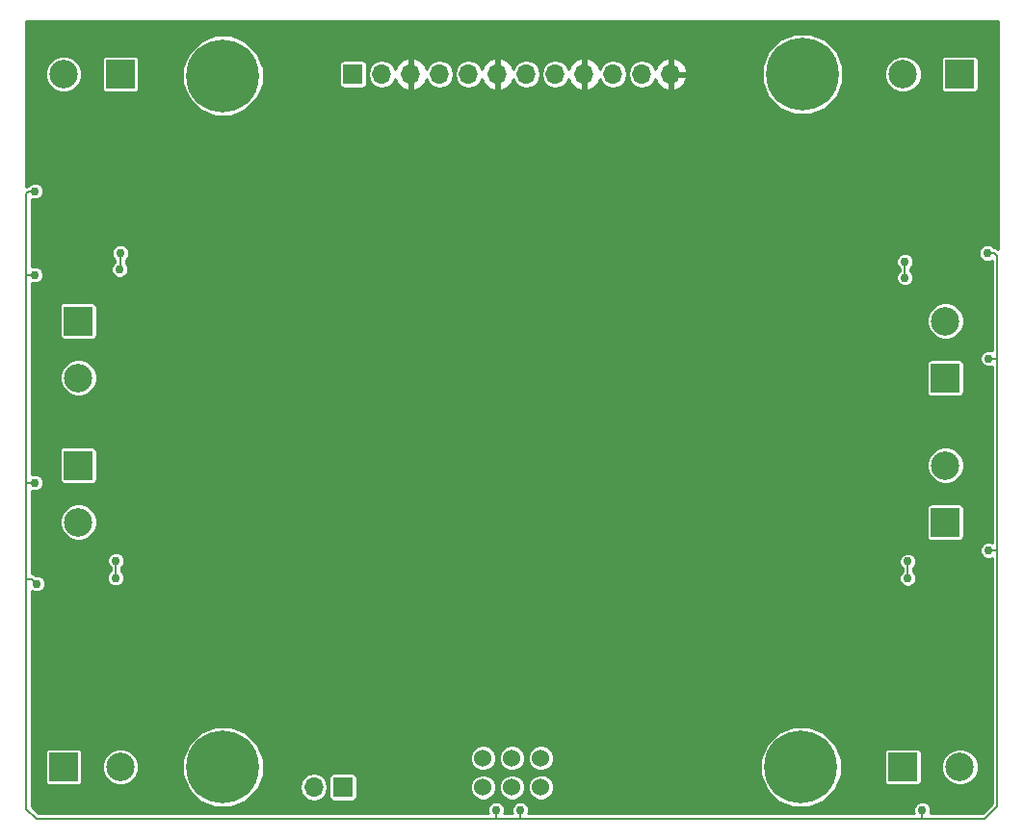
<source format=gbr>
G04 #@! TF.FileFunction,Copper,L2,Bot,Signal*
%FSLAX46Y46*%
G04 Gerber Fmt 4.6, Leading zero omitted, Abs format (unit mm)*
G04 Created by KiCad (PCBNEW 4.0.6) date Sun Apr  2 15:01:44 2017*
%MOMM*%
%LPD*%
G01*
G04 APERTURE LIST*
%ADD10C,0.088900*%
%ADD11R,1.700000X1.700000*%
%ADD12O,1.700000X1.700000*%
%ADD13C,6.400000*%
%ADD14C,2.500000*%
%ADD15R,2.500000X2.500000*%
%ADD16C,1.524000*%
%ADD17C,0.754380*%
%ADD18C,0.203200*%
%ADD19C,0.254000*%
G04 APERTURE END LIST*
D10*
D11*
X135001000Y-140208000D03*
D12*
X132461000Y-140208000D03*
D13*
X175387000Y-77470000D03*
X124460000Y-77597000D03*
X175260000Y-138430000D03*
X124460000Y-138430000D03*
D11*
X135890001Y-77470000D03*
D12*
X138430001Y-77470000D03*
X140970001Y-77470000D03*
X143510001Y-77470000D03*
X146050001Y-77470000D03*
X148590001Y-77470000D03*
X151130001Y-77470000D03*
X153670001Y-77470000D03*
X156210001Y-77470000D03*
X158750001Y-77470000D03*
X161290001Y-77470000D03*
X163830001Y-77470000D03*
D14*
X110443000Y-77470000D03*
D15*
X115443000Y-77470000D03*
D14*
X111760000Y-104187000D03*
D15*
X111760000Y-99187000D03*
D14*
X111759998Y-116887001D03*
D15*
X111759998Y-111887001D03*
D14*
X115443000Y-138430000D03*
D15*
X110443000Y-138430000D03*
D14*
X189230000Y-138430000D03*
D15*
X184230000Y-138430000D03*
D14*
X187959999Y-111887001D03*
D15*
X187959999Y-116887001D03*
D14*
X187960000Y-99186998D03*
D15*
X187960000Y-104186998D03*
D14*
X184230000Y-77470000D03*
D15*
X189230000Y-77470000D03*
D16*
X149860000Y-140208000D03*
X152400000Y-140208000D03*
X147320000Y-140208000D03*
X147300000Y-137658000D03*
X149840000Y-137658000D03*
X152380000Y-137658000D03*
D17*
X146875500Y-130175000D03*
X149987000Y-125222001D03*
X161290000Y-94488000D03*
X158496000Y-94488000D03*
X165989000Y-84582000D03*
X168402000Y-91313000D03*
X166116002Y-97155000D03*
X168529000Y-104267000D03*
X166116000Y-109982000D03*
X168656000Y-116586000D03*
X161417000Y-121412000D03*
X158242000Y-120904000D03*
X166243000Y-123063000D03*
X168529000Y-129540000D03*
X133857998Y-131191000D03*
X131318000Y-124460000D03*
X138049000Y-121158000D03*
X141224000Y-121539000D03*
X133731000Y-118364000D03*
X130937000Y-111760000D03*
X133731000Y-105663988D03*
X131064000Y-99187000D03*
X138049000Y-94615000D03*
X141097000Y-94869000D03*
X133604000Y-93091000D03*
X130937000Y-86360000D03*
X164210795Y-88254934D03*
X187325000Y-90805000D03*
X112395000Y-90424000D03*
X138557000Y-88900000D03*
X135590309Y-102501086D03*
X135382000Y-89281000D03*
X135382000Y-114554000D03*
X112395000Y-125349000D03*
X135559992Y-127762000D03*
X187325000Y-125095001D03*
X164211000Y-101219000D03*
X164160008Y-113411000D03*
X164084000Y-126746000D03*
X161036000Y-127127000D03*
X138684000Y-127254000D03*
X138557000Y-115189000D03*
X138557000Y-100711000D03*
X161162990Y-100584000D03*
X161163000Y-88496264D03*
X161163000Y-115031612D03*
X153289000Y-128016000D03*
X146304000Y-126365000D03*
X115384275Y-94636600D03*
X115443000Y-93218000D03*
X115020020Y-121793000D03*
X115062000Y-120269000D03*
X184658032Y-121814600D03*
X184658000Y-120352809D03*
X184404000Y-93980000D03*
X184404000Y-95377000D03*
X150600400Y-142240000D03*
X148463000Y-142240000D03*
X191643000Y-93218002D03*
X191770000Y-119380000D03*
X107950000Y-87757000D03*
X107950000Y-113411000D03*
X191770000Y-102489000D03*
X185928000Y-142240000D03*
X107950000Y-95123000D03*
X108077000Y-122301000D03*
D18*
X115443000Y-94577875D02*
X115384275Y-94636600D01*
X115443000Y-93218000D02*
X115443000Y-94577875D01*
X115062000Y-121751020D02*
X115020020Y-121793000D01*
X115062000Y-120269000D02*
X115062000Y-121751020D01*
X184658000Y-121814568D02*
X184658032Y-121814600D01*
X184658000Y-120352809D02*
X184658000Y-121814568D01*
X184404000Y-95377000D02*
X184404000Y-93980000D01*
X150600400Y-142773427D02*
X150600400Y-142240000D01*
X150622000Y-143002000D02*
X150600400Y-142980400D01*
X150600400Y-142980400D02*
X150600400Y-142773427D01*
X107188000Y-121920000D02*
X107188000Y-142113000D01*
X107188000Y-142113000D02*
X108077000Y-143002000D01*
X138557000Y-143002000D02*
X148463000Y-143002000D01*
X108077000Y-143002000D02*
X138557000Y-143002000D01*
X148463000Y-143002000D02*
X150622000Y-143002000D01*
X148463000Y-142240000D02*
X148463000Y-143002000D01*
X163195000Y-143002000D02*
X167767000Y-143002000D01*
X167767000Y-143002000D02*
X185928000Y-143002000D01*
X150622000Y-143002000D02*
X151959919Y-143002000D01*
X151959919Y-143002000D02*
X158623000Y-143002000D01*
X158623000Y-143002000D02*
X161544000Y-143002000D01*
X161544000Y-143002000D02*
X163195000Y-143002000D01*
X163195000Y-143002000D02*
X161671000Y-143002000D01*
X192278002Y-93218002D02*
X192176427Y-93218002D01*
X192532000Y-93472000D02*
X192278002Y-93218002D01*
X192176427Y-93218002D02*
X191643000Y-93218002D01*
X192532000Y-120523000D02*
X192532000Y-119380000D01*
X192532000Y-119380000D02*
X192532000Y-118618000D01*
X191770000Y-119380000D02*
X192532000Y-119380000D01*
X192532000Y-94742000D02*
X192532000Y-93472000D01*
X192532000Y-122428000D02*
X192532000Y-120523000D01*
X192532000Y-96266000D02*
X192532000Y-94742000D01*
X107950000Y-87757000D02*
X107416573Y-87757000D01*
X107416573Y-87757000D02*
X107188000Y-87985573D01*
X107188000Y-87985573D02*
X107188000Y-88900000D01*
X107188000Y-88900000D02*
X107188000Y-93218000D01*
X192532000Y-102489000D02*
X192532000Y-96266000D01*
X192532000Y-124333000D02*
X192532000Y-122428000D01*
X192532000Y-118618000D02*
X192532000Y-115189000D01*
X192532000Y-109347000D02*
X192532000Y-102489000D01*
X191770000Y-102489000D02*
X192532000Y-102489000D01*
X192532000Y-115189000D02*
X192532000Y-114300000D01*
X185928000Y-143002000D02*
X191389000Y-143002000D01*
X185928000Y-142240000D02*
X185928000Y-143002000D01*
X192532000Y-114300000D02*
X192532000Y-114173000D01*
X192532000Y-114173000D02*
X192532000Y-109347000D01*
X192532000Y-141859000D02*
X192532000Y-124333000D01*
X191389000Y-143002000D02*
X192532000Y-141859000D01*
X107188000Y-93218000D02*
X107188000Y-95123000D01*
X107188000Y-95123000D02*
X107188000Y-96012000D01*
X107950000Y-95123000D02*
X107188000Y-95123000D01*
X107696000Y-121920000D02*
X107699811Y-121923811D01*
X107699811Y-121923811D02*
X108077000Y-122301000D01*
X107188000Y-121920000D02*
X107696000Y-121920000D01*
X107188000Y-121920000D02*
X107188000Y-121285000D01*
X107188000Y-121285000D02*
X107188000Y-113411000D01*
X107188000Y-96012000D02*
X107188000Y-97663000D01*
X107188000Y-97663000D02*
X107188000Y-100838000D01*
X107188000Y-113411000D02*
X107188000Y-100838000D01*
X107950000Y-113411000D02*
X107188000Y-113411000D01*
D19*
G36*
X192584000Y-92853198D02*
X192462685Y-92772138D01*
X192278002Y-92735402D01*
X192232550Y-92735402D01*
X192073041Y-92575614D01*
X191794475Y-92459944D01*
X191492848Y-92459681D01*
X191214081Y-92574865D01*
X191000612Y-92787961D01*
X190884942Y-93066527D01*
X190884679Y-93368154D01*
X190999863Y-93646921D01*
X191212959Y-93860390D01*
X191491525Y-93976060D01*
X191793152Y-93976323D01*
X192049400Y-93870444D01*
X192049400Y-101784061D01*
X191921475Y-101730942D01*
X191619848Y-101730679D01*
X191341081Y-101845863D01*
X191127612Y-102058959D01*
X191011942Y-102337525D01*
X191011679Y-102639152D01*
X191126863Y-102917919D01*
X191339959Y-103131388D01*
X191618525Y-103247058D01*
X191920152Y-103247321D01*
X192049400Y-103193917D01*
X192049400Y-118675061D01*
X191921475Y-118621942D01*
X191619848Y-118621679D01*
X191341081Y-118736863D01*
X191127612Y-118949959D01*
X191011942Y-119228525D01*
X191011679Y-119530152D01*
X191126863Y-119808919D01*
X191339959Y-120022388D01*
X191618525Y-120138058D01*
X191920152Y-120138321D01*
X192049400Y-120084917D01*
X192049400Y-141659100D01*
X191189100Y-142519400D01*
X186632939Y-142519400D01*
X186686058Y-142391475D01*
X186686321Y-142089848D01*
X186571137Y-141811081D01*
X186358041Y-141597612D01*
X186079475Y-141481942D01*
X185777848Y-141481679D01*
X185499081Y-141596863D01*
X185285612Y-141809959D01*
X185169942Y-142088525D01*
X185169679Y-142390152D01*
X185223083Y-142519400D01*
X151305339Y-142519400D01*
X151358458Y-142391475D01*
X151358721Y-142089848D01*
X151243537Y-141811081D01*
X151030441Y-141597612D01*
X150751875Y-141481942D01*
X150450248Y-141481679D01*
X150171481Y-141596863D01*
X149958012Y-141809959D01*
X149842342Y-142088525D01*
X149842079Y-142390152D01*
X149895483Y-142519400D01*
X149167939Y-142519400D01*
X149221058Y-142391475D01*
X149221321Y-142089848D01*
X149106137Y-141811081D01*
X148893041Y-141597612D01*
X148614475Y-141481942D01*
X148312848Y-141481679D01*
X148034081Y-141596863D01*
X147820612Y-141809959D01*
X147704942Y-142088525D01*
X147704679Y-142390152D01*
X147758083Y-142519400D01*
X108276900Y-142519400D01*
X107670600Y-141913100D01*
X107670600Y-137180000D01*
X108804536Y-137180000D01*
X108804536Y-139680000D01*
X108831103Y-139821190D01*
X108914546Y-139950865D01*
X109041866Y-140037859D01*
X109193000Y-140068464D01*
X111693000Y-140068464D01*
X111834190Y-140041897D01*
X111963865Y-139958454D01*
X112050859Y-139831134D01*
X112081464Y-139680000D01*
X112081464Y-138753003D01*
X113811718Y-138753003D01*
X114059499Y-139352680D01*
X114517907Y-139811888D01*
X115117151Y-140060716D01*
X115766003Y-140061282D01*
X116365680Y-139813501D01*
X116824888Y-139355093D01*
X116914542Y-139139180D01*
X120878380Y-139139180D01*
X121422406Y-140455824D01*
X122428878Y-141464054D01*
X123744570Y-142010377D01*
X125169180Y-142011620D01*
X126485824Y-141467594D01*
X127494054Y-140461122D01*
X127609173Y-140183883D01*
X131230000Y-140183883D01*
X131230000Y-140232117D01*
X131323704Y-140703200D01*
X131590552Y-141102565D01*
X131989917Y-141369413D01*
X132461000Y-141463117D01*
X132932083Y-141369413D01*
X133331448Y-141102565D01*
X133598296Y-140703200D01*
X133692000Y-140232117D01*
X133692000Y-140183883D01*
X133598296Y-139712800D01*
X133361226Y-139358000D01*
X133762536Y-139358000D01*
X133762536Y-141058000D01*
X133789103Y-141199190D01*
X133872546Y-141328865D01*
X133999866Y-141415859D01*
X134151000Y-141446464D01*
X135851000Y-141446464D01*
X135992190Y-141419897D01*
X136121865Y-141336454D01*
X136208859Y-141209134D01*
X136239464Y-141058000D01*
X136239464Y-140434359D01*
X146176802Y-140434359D01*
X146350446Y-140854612D01*
X146671697Y-141176423D01*
X147091646Y-141350801D01*
X147546359Y-141351198D01*
X147966612Y-141177554D01*
X148288423Y-140856303D01*
X148462801Y-140436354D01*
X148462802Y-140434359D01*
X148716802Y-140434359D01*
X148890446Y-140854612D01*
X149211697Y-141176423D01*
X149631646Y-141350801D01*
X150086359Y-141351198D01*
X150506612Y-141177554D01*
X150828423Y-140856303D01*
X151002801Y-140436354D01*
X151002802Y-140434359D01*
X151256802Y-140434359D01*
X151430446Y-140854612D01*
X151751697Y-141176423D01*
X152171646Y-141350801D01*
X152626359Y-141351198D01*
X153046612Y-141177554D01*
X153368423Y-140856303D01*
X153542801Y-140436354D01*
X153543198Y-139981641D01*
X153369554Y-139561388D01*
X153048303Y-139239577D01*
X152806521Y-139139180D01*
X171678380Y-139139180D01*
X172222406Y-140455824D01*
X173228878Y-141464054D01*
X174544570Y-142010377D01*
X175969180Y-142011620D01*
X177285824Y-141467594D01*
X178294054Y-140461122D01*
X178840377Y-139145430D01*
X178841620Y-137720820D01*
X178618158Y-137180000D01*
X182591536Y-137180000D01*
X182591536Y-139680000D01*
X182618103Y-139821190D01*
X182701546Y-139950865D01*
X182828866Y-140037859D01*
X182980000Y-140068464D01*
X185480000Y-140068464D01*
X185621190Y-140041897D01*
X185750865Y-139958454D01*
X185837859Y-139831134D01*
X185868464Y-139680000D01*
X185868464Y-138753003D01*
X187598718Y-138753003D01*
X187846499Y-139352680D01*
X188304907Y-139811888D01*
X188904151Y-140060716D01*
X189553003Y-140061282D01*
X190152680Y-139813501D01*
X190611888Y-139355093D01*
X190860716Y-138755849D01*
X190861282Y-138106997D01*
X190613501Y-137507320D01*
X190155093Y-137048112D01*
X189555849Y-136799284D01*
X188906997Y-136798718D01*
X188307320Y-137046499D01*
X187848112Y-137504907D01*
X187599284Y-138104151D01*
X187598718Y-138753003D01*
X185868464Y-138753003D01*
X185868464Y-137180000D01*
X185841897Y-137038810D01*
X185758454Y-136909135D01*
X185631134Y-136822141D01*
X185480000Y-136791536D01*
X182980000Y-136791536D01*
X182838810Y-136818103D01*
X182709135Y-136901546D01*
X182622141Y-137028866D01*
X182591536Y-137180000D01*
X178618158Y-137180000D01*
X178297594Y-136404176D01*
X177291122Y-135395946D01*
X175975430Y-134849623D01*
X174550820Y-134848380D01*
X173234176Y-135392406D01*
X172225946Y-136398878D01*
X171679623Y-137714570D01*
X171678380Y-139139180D01*
X152806521Y-139139180D01*
X152628354Y-139065199D01*
X152173641Y-139064802D01*
X151753388Y-139238446D01*
X151431577Y-139559697D01*
X151257199Y-139979646D01*
X151256802Y-140434359D01*
X151002802Y-140434359D01*
X151003198Y-139981641D01*
X150829554Y-139561388D01*
X150508303Y-139239577D01*
X150088354Y-139065199D01*
X149633641Y-139064802D01*
X149213388Y-139238446D01*
X148891577Y-139559697D01*
X148717199Y-139979646D01*
X148716802Y-140434359D01*
X148462802Y-140434359D01*
X148463198Y-139981641D01*
X148289554Y-139561388D01*
X147968303Y-139239577D01*
X147548354Y-139065199D01*
X147093641Y-139064802D01*
X146673388Y-139238446D01*
X146351577Y-139559697D01*
X146177199Y-139979646D01*
X146176802Y-140434359D01*
X136239464Y-140434359D01*
X136239464Y-139358000D01*
X136212897Y-139216810D01*
X136129454Y-139087135D01*
X136002134Y-139000141D01*
X135851000Y-138969536D01*
X134151000Y-138969536D01*
X134009810Y-138996103D01*
X133880135Y-139079546D01*
X133793141Y-139206866D01*
X133762536Y-139358000D01*
X133361226Y-139358000D01*
X133331448Y-139313435D01*
X132932083Y-139046587D01*
X132461000Y-138952883D01*
X131989917Y-139046587D01*
X131590552Y-139313435D01*
X131323704Y-139712800D01*
X131230000Y-140183883D01*
X127609173Y-140183883D01*
X128040377Y-139145430D01*
X128041477Y-137884359D01*
X146156802Y-137884359D01*
X146330446Y-138304612D01*
X146651697Y-138626423D01*
X147071646Y-138800801D01*
X147526359Y-138801198D01*
X147946612Y-138627554D01*
X148268423Y-138306303D01*
X148442801Y-137886354D01*
X148442802Y-137884359D01*
X148696802Y-137884359D01*
X148870446Y-138304612D01*
X149191697Y-138626423D01*
X149611646Y-138800801D01*
X150066359Y-138801198D01*
X150486612Y-138627554D01*
X150808423Y-138306303D01*
X150982801Y-137886354D01*
X150982802Y-137884359D01*
X151236802Y-137884359D01*
X151410446Y-138304612D01*
X151731697Y-138626423D01*
X152151646Y-138800801D01*
X152606359Y-138801198D01*
X153026612Y-138627554D01*
X153348423Y-138306303D01*
X153522801Y-137886354D01*
X153523198Y-137431641D01*
X153349554Y-137011388D01*
X153028303Y-136689577D01*
X152608354Y-136515199D01*
X152153641Y-136514802D01*
X151733388Y-136688446D01*
X151411577Y-137009697D01*
X151237199Y-137429646D01*
X151236802Y-137884359D01*
X150982802Y-137884359D01*
X150983198Y-137431641D01*
X150809554Y-137011388D01*
X150488303Y-136689577D01*
X150068354Y-136515199D01*
X149613641Y-136514802D01*
X149193388Y-136688446D01*
X148871577Y-137009697D01*
X148697199Y-137429646D01*
X148696802Y-137884359D01*
X148442802Y-137884359D01*
X148443198Y-137431641D01*
X148269554Y-137011388D01*
X147948303Y-136689577D01*
X147528354Y-136515199D01*
X147073641Y-136514802D01*
X146653388Y-136688446D01*
X146331577Y-137009697D01*
X146157199Y-137429646D01*
X146156802Y-137884359D01*
X128041477Y-137884359D01*
X128041620Y-137720820D01*
X127497594Y-136404176D01*
X126491122Y-135395946D01*
X125175430Y-134849623D01*
X123750820Y-134848380D01*
X122434176Y-135392406D01*
X121425946Y-136398878D01*
X120879623Y-137714570D01*
X120878380Y-139139180D01*
X116914542Y-139139180D01*
X117073716Y-138755849D01*
X117074282Y-138106997D01*
X116826501Y-137507320D01*
X116368093Y-137048112D01*
X115768849Y-136799284D01*
X115119997Y-136798718D01*
X114520320Y-137046499D01*
X114061112Y-137504907D01*
X113812284Y-138104151D01*
X113811718Y-138753003D01*
X112081464Y-138753003D01*
X112081464Y-137180000D01*
X112054897Y-137038810D01*
X111971454Y-136909135D01*
X111844134Y-136822141D01*
X111693000Y-136791536D01*
X109193000Y-136791536D01*
X109051810Y-136818103D01*
X108922135Y-136901546D01*
X108835141Y-137028866D01*
X108804536Y-137180000D01*
X107670600Y-137180000D01*
X107670600Y-122953205D01*
X107925525Y-123059058D01*
X108227152Y-123059321D01*
X108505919Y-122944137D01*
X108719388Y-122731041D01*
X108835058Y-122452475D01*
X108835321Y-122150848D01*
X108749503Y-121943152D01*
X114261699Y-121943152D01*
X114376883Y-122221919D01*
X114589979Y-122435388D01*
X114868545Y-122551058D01*
X115170172Y-122551321D01*
X115448939Y-122436137D01*
X115662408Y-122223041D01*
X115778078Y-121944475D01*
X115778341Y-121642848D01*
X115663157Y-121364081D01*
X115544600Y-121245316D01*
X115544600Y-120858550D01*
X115704388Y-120699041D01*
X115785807Y-120502961D01*
X183899679Y-120502961D01*
X184014863Y-120781728D01*
X184175400Y-120942546D01*
X184175400Y-121225082D01*
X184015644Y-121384559D01*
X183899974Y-121663125D01*
X183899711Y-121964752D01*
X184014895Y-122243519D01*
X184227991Y-122456988D01*
X184506557Y-122572658D01*
X184808184Y-122572921D01*
X185086951Y-122457737D01*
X185300420Y-122244641D01*
X185416090Y-121966075D01*
X185416353Y-121664448D01*
X185301169Y-121385681D01*
X185140600Y-121224831D01*
X185140600Y-120942359D01*
X185300388Y-120782850D01*
X185416058Y-120504284D01*
X185416321Y-120202657D01*
X185301137Y-119923890D01*
X185088041Y-119710421D01*
X184809475Y-119594751D01*
X184507848Y-119594488D01*
X184229081Y-119709672D01*
X184015612Y-119922768D01*
X183899942Y-120201334D01*
X183899679Y-120502961D01*
X115785807Y-120502961D01*
X115820058Y-120420475D01*
X115820321Y-120118848D01*
X115705137Y-119840081D01*
X115492041Y-119626612D01*
X115213475Y-119510942D01*
X114911848Y-119510679D01*
X114633081Y-119625863D01*
X114419612Y-119838959D01*
X114303942Y-120117525D01*
X114303679Y-120419152D01*
X114418863Y-120697919D01*
X114579400Y-120858737D01*
X114579400Y-121161544D01*
X114377632Y-121362959D01*
X114261962Y-121641525D01*
X114261699Y-121943152D01*
X108749503Y-121943152D01*
X108720137Y-121872081D01*
X108507041Y-121658612D01*
X108228475Y-121542942D01*
X107983339Y-121542728D01*
X107880683Y-121474136D01*
X107696000Y-121437400D01*
X107670600Y-121437400D01*
X107670600Y-117210004D01*
X110128716Y-117210004D01*
X110376497Y-117809681D01*
X110834905Y-118268889D01*
X111434149Y-118517717D01*
X112083001Y-118518283D01*
X112682678Y-118270502D01*
X113141886Y-117812094D01*
X113390714Y-117212850D01*
X113391280Y-116563998D01*
X113143499Y-115964321D01*
X112816750Y-115637001D01*
X186321535Y-115637001D01*
X186321535Y-118137001D01*
X186348102Y-118278191D01*
X186431545Y-118407866D01*
X186558865Y-118494860D01*
X186709999Y-118525465D01*
X189209999Y-118525465D01*
X189351189Y-118498898D01*
X189480864Y-118415455D01*
X189567858Y-118288135D01*
X189598463Y-118137001D01*
X189598463Y-115637001D01*
X189571896Y-115495811D01*
X189488453Y-115366136D01*
X189361133Y-115279142D01*
X189209999Y-115248537D01*
X186709999Y-115248537D01*
X186568809Y-115275104D01*
X186439134Y-115358547D01*
X186352140Y-115485867D01*
X186321535Y-115637001D01*
X112816750Y-115637001D01*
X112685091Y-115505113D01*
X112085847Y-115256285D01*
X111436995Y-115255719D01*
X110837318Y-115503500D01*
X110378110Y-115961908D01*
X110129282Y-116561152D01*
X110128716Y-117210004D01*
X107670600Y-117210004D01*
X107670600Y-114115939D01*
X107798525Y-114169058D01*
X108100152Y-114169321D01*
X108378919Y-114054137D01*
X108592388Y-113841041D01*
X108708058Y-113562475D01*
X108708321Y-113260848D01*
X108593137Y-112982081D01*
X108380041Y-112768612D01*
X108101475Y-112652942D01*
X107799848Y-112652679D01*
X107670600Y-112706083D01*
X107670600Y-110637001D01*
X110121534Y-110637001D01*
X110121534Y-113137001D01*
X110148101Y-113278191D01*
X110231544Y-113407866D01*
X110358864Y-113494860D01*
X110509998Y-113525465D01*
X113009998Y-113525465D01*
X113151188Y-113498898D01*
X113280863Y-113415455D01*
X113367857Y-113288135D01*
X113398462Y-113137001D01*
X113398462Y-112210004D01*
X186328717Y-112210004D01*
X186576498Y-112809681D01*
X187034906Y-113268889D01*
X187634150Y-113517717D01*
X188283002Y-113518283D01*
X188882679Y-113270502D01*
X189341887Y-112812094D01*
X189590715Y-112212850D01*
X189591281Y-111563998D01*
X189343500Y-110964321D01*
X188885092Y-110505113D01*
X188285848Y-110256285D01*
X187636996Y-110255719D01*
X187037319Y-110503500D01*
X186578111Y-110961908D01*
X186329283Y-111561152D01*
X186328717Y-112210004D01*
X113398462Y-112210004D01*
X113398462Y-110637001D01*
X113371895Y-110495811D01*
X113288452Y-110366136D01*
X113161132Y-110279142D01*
X113009998Y-110248537D01*
X110509998Y-110248537D01*
X110368808Y-110275104D01*
X110239133Y-110358547D01*
X110152139Y-110485867D01*
X110121534Y-110637001D01*
X107670600Y-110637001D01*
X107670600Y-104510003D01*
X110128718Y-104510003D01*
X110376499Y-105109680D01*
X110834907Y-105568888D01*
X111434151Y-105817716D01*
X112083003Y-105818282D01*
X112682680Y-105570501D01*
X113141888Y-105112093D01*
X113390716Y-104512849D01*
X113391282Y-103863997D01*
X113143501Y-103264320D01*
X112816750Y-102936998D01*
X186321536Y-102936998D01*
X186321536Y-105436998D01*
X186348103Y-105578188D01*
X186431546Y-105707863D01*
X186558866Y-105794857D01*
X186710000Y-105825462D01*
X189210000Y-105825462D01*
X189351190Y-105798895D01*
X189480865Y-105715452D01*
X189567859Y-105588132D01*
X189598464Y-105436998D01*
X189598464Y-102936998D01*
X189571897Y-102795808D01*
X189488454Y-102666133D01*
X189361134Y-102579139D01*
X189210000Y-102548534D01*
X186710000Y-102548534D01*
X186568810Y-102575101D01*
X186439135Y-102658544D01*
X186352141Y-102785864D01*
X186321536Y-102936998D01*
X112816750Y-102936998D01*
X112685093Y-102805112D01*
X112085849Y-102556284D01*
X111436997Y-102555718D01*
X110837320Y-102803499D01*
X110378112Y-103261907D01*
X110129284Y-103861151D01*
X110128718Y-104510003D01*
X107670600Y-104510003D01*
X107670600Y-97937000D01*
X110121536Y-97937000D01*
X110121536Y-100437000D01*
X110148103Y-100578190D01*
X110231546Y-100707865D01*
X110358866Y-100794859D01*
X110510000Y-100825464D01*
X113010000Y-100825464D01*
X113151190Y-100798897D01*
X113280865Y-100715454D01*
X113367859Y-100588134D01*
X113398464Y-100437000D01*
X113398464Y-99510001D01*
X186328718Y-99510001D01*
X186576499Y-100109678D01*
X187034907Y-100568886D01*
X187634151Y-100817714D01*
X188283003Y-100818280D01*
X188882680Y-100570499D01*
X189341888Y-100112091D01*
X189590716Y-99512847D01*
X189591282Y-98863995D01*
X189343501Y-98264318D01*
X188885093Y-97805110D01*
X188285849Y-97556282D01*
X187636997Y-97555716D01*
X187037320Y-97803497D01*
X186578112Y-98261905D01*
X186329284Y-98861149D01*
X186328718Y-99510001D01*
X113398464Y-99510001D01*
X113398464Y-97937000D01*
X113371897Y-97795810D01*
X113288454Y-97666135D01*
X113161134Y-97579141D01*
X113010000Y-97548536D01*
X110510000Y-97548536D01*
X110368810Y-97575103D01*
X110239135Y-97658546D01*
X110152141Y-97785866D01*
X110121536Y-97937000D01*
X107670600Y-97937000D01*
X107670600Y-95827939D01*
X107798525Y-95881058D01*
X108100152Y-95881321D01*
X108378919Y-95766137D01*
X108592388Y-95553041D01*
X108708058Y-95274475D01*
X108708321Y-94972848D01*
X108631428Y-94786752D01*
X114625954Y-94786752D01*
X114741138Y-95065519D01*
X114954234Y-95278988D01*
X115232800Y-95394658D01*
X115534427Y-95394921D01*
X115813194Y-95279737D01*
X116026663Y-95066641D01*
X116142333Y-94788075D01*
X116142596Y-94486448D01*
X116027412Y-94207681D01*
X115950019Y-94130152D01*
X183645679Y-94130152D01*
X183760863Y-94408919D01*
X183921400Y-94569737D01*
X183921400Y-94787450D01*
X183761612Y-94946959D01*
X183645942Y-95225525D01*
X183645679Y-95527152D01*
X183760863Y-95805919D01*
X183973959Y-96019388D01*
X184252525Y-96135058D01*
X184554152Y-96135321D01*
X184832919Y-96020137D01*
X185046388Y-95807041D01*
X185162058Y-95528475D01*
X185162321Y-95226848D01*
X185047137Y-94948081D01*
X184886600Y-94787263D01*
X184886600Y-94569550D01*
X185046388Y-94410041D01*
X185162058Y-94131475D01*
X185162321Y-93829848D01*
X185047137Y-93551081D01*
X184834041Y-93337612D01*
X184555475Y-93221942D01*
X184253848Y-93221679D01*
X183975081Y-93336863D01*
X183761612Y-93549959D01*
X183645942Y-93828525D01*
X183645679Y-94130152D01*
X115950019Y-94130152D01*
X115925600Y-94105691D01*
X115925600Y-93807550D01*
X116085388Y-93648041D01*
X116201058Y-93369475D01*
X116201321Y-93067848D01*
X116086137Y-92789081D01*
X115873041Y-92575612D01*
X115594475Y-92459942D01*
X115292848Y-92459679D01*
X115014081Y-92574863D01*
X114800612Y-92787959D01*
X114684942Y-93066525D01*
X114684679Y-93368152D01*
X114799863Y-93646919D01*
X114960400Y-93807737D01*
X114960400Y-93991379D01*
X114955356Y-93993463D01*
X114741887Y-94206559D01*
X114626217Y-94485125D01*
X114625954Y-94786752D01*
X108631428Y-94786752D01*
X108593137Y-94694081D01*
X108380041Y-94480612D01*
X108101475Y-94364942D01*
X107799848Y-94364679D01*
X107670600Y-94418083D01*
X107670600Y-88461939D01*
X107798525Y-88515058D01*
X108100152Y-88515321D01*
X108378919Y-88400137D01*
X108592388Y-88187041D01*
X108708058Y-87908475D01*
X108708321Y-87606848D01*
X108593137Y-87328081D01*
X108380041Y-87114612D01*
X108101475Y-86998942D01*
X107799848Y-86998679D01*
X107521081Y-87113863D01*
X107346250Y-87288388D01*
X107231890Y-87311136D01*
X107136000Y-87375207D01*
X107136000Y-77793003D01*
X108811718Y-77793003D01*
X109059499Y-78392680D01*
X109517907Y-78851888D01*
X110117151Y-79100716D01*
X110766003Y-79101282D01*
X111365680Y-78853501D01*
X111824888Y-78395093D01*
X112073716Y-77795849D01*
X112074282Y-77146997D01*
X111826501Y-76547320D01*
X111499752Y-76220000D01*
X113804536Y-76220000D01*
X113804536Y-78720000D01*
X113831103Y-78861190D01*
X113914546Y-78990865D01*
X114041866Y-79077859D01*
X114193000Y-79108464D01*
X116693000Y-79108464D01*
X116834190Y-79081897D01*
X116963865Y-78998454D01*
X117050859Y-78871134D01*
X117081464Y-78720000D01*
X117081464Y-78306180D01*
X120878380Y-78306180D01*
X121422406Y-79622824D01*
X122428878Y-80631054D01*
X123744570Y-81177377D01*
X125169180Y-81178620D01*
X126485824Y-80634594D01*
X127494054Y-79628122D01*
X128040377Y-78312430D01*
X128041620Y-76887820D01*
X127930960Y-76620000D01*
X134651537Y-76620000D01*
X134651537Y-78320000D01*
X134678104Y-78461190D01*
X134761547Y-78590865D01*
X134888867Y-78677859D01*
X135040001Y-78708464D01*
X136740001Y-78708464D01*
X136881191Y-78681897D01*
X137010866Y-78598454D01*
X137097860Y-78471134D01*
X137128465Y-78320000D01*
X137128465Y-77445883D01*
X137199001Y-77445883D01*
X137199001Y-77494117D01*
X137292705Y-77965200D01*
X137559553Y-78364565D01*
X137958918Y-78631413D01*
X138430001Y-78725117D01*
X138901084Y-78631413D01*
X139300449Y-78364565D01*
X139567297Y-77965200D01*
X139575084Y-77926053D01*
X139774818Y-78351358D01*
X140203077Y-78741645D01*
X140613111Y-78911476D01*
X140843001Y-78790155D01*
X140843001Y-77597000D01*
X140823001Y-77597000D01*
X140823001Y-77343000D01*
X140843001Y-77343000D01*
X140843001Y-76149845D01*
X141097001Y-76149845D01*
X141097001Y-77343000D01*
X141117001Y-77343000D01*
X141117001Y-77597000D01*
X141097001Y-77597000D01*
X141097001Y-78790155D01*
X141326891Y-78911476D01*
X141736925Y-78741645D01*
X142165184Y-78351358D01*
X142364918Y-77926053D01*
X142372705Y-77965200D01*
X142639553Y-78364565D01*
X143038918Y-78631413D01*
X143510001Y-78725117D01*
X143981084Y-78631413D01*
X144380449Y-78364565D01*
X144647297Y-77965200D01*
X144741001Y-77494117D01*
X144741001Y-77445883D01*
X144819001Y-77445883D01*
X144819001Y-77494117D01*
X144912705Y-77965200D01*
X145179553Y-78364565D01*
X145578918Y-78631413D01*
X146050001Y-78725117D01*
X146521084Y-78631413D01*
X146920449Y-78364565D01*
X147187297Y-77965200D01*
X147195084Y-77926053D01*
X147394818Y-78351358D01*
X147823077Y-78741645D01*
X148233111Y-78911476D01*
X148463001Y-78790155D01*
X148463001Y-77597000D01*
X148443001Y-77597000D01*
X148443001Y-77343000D01*
X148463001Y-77343000D01*
X148463001Y-76149845D01*
X148717001Y-76149845D01*
X148717001Y-77343000D01*
X148737001Y-77343000D01*
X148737001Y-77597000D01*
X148717001Y-77597000D01*
X148717001Y-78790155D01*
X148946891Y-78911476D01*
X149356925Y-78741645D01*
X149785184Y-78351358D01*
X149984918Y-77926053D01*
X149992705Y-77965200D01*
X150259553Y-78364565D01*
X150658918Y-78631413D01*
X151130001Y-78725117D01*
X151601084Y-78631413D01*
X152000449Y-78364565D01*
X152267297Y-77965200D01*
X152361001Y-77494117D01*
X152361001Y-77445883D01*
X152439001Y-77445883D01*
X152439001Y-77494117D01*
X152532705Y-77965200D01*
X152799553Y-78364565D01*
X153198918Y-78631413D01*
X153670001Y-78725117D01*
X154141084Y-78631413D01*
X154540449Y-78364565D01*
X154807297Y-77965200D01*
X154815084Y-77926053D01*
X155014818Y-78351358D01*
X155443077Y-78741645D01*
X155853111Y-78911476D01*
X156083001Y-78790155D01*
X156083001Y-77597000D01*
X156063001Y-77597000D01*
X156063001Y-77343000D01*
X156083001Y-77343000D01*
X156083001Y-76149845D01*
X156337001Y-76149845D01*
X156337001Y-77343000D01*
X156357001Y-77343000D01*
X156357001Y-77597000D01*
X156337001Y-77597000D01*
X156337001Y-78790155D01*
X156566891Y-78911476D01*
X156976925Y-78741645D01*
X157405184Y-78351358D01*
X157604918Y-77926053D01*
X157612705Y-77965200D01*
X157879553Y-78364565D01*
X158278918Y-78631413D01*
X158750001Y-78725117D01*
X159221084Y-78631413D01*
X159620449Y-78364565D01*
X159887297Y-77965200D01*
X159981001Y-77494117D01*
X159981001Y-77445883D01*
X160059001Y-77445883D01*
X160059001Y-77494117D01*
X160152705Y-77965200D01*
X160419553Y-78364565D01*
X160818918Y-78631413D01*
X161290001Y-78725117D01*
X161761084Y-78631413D01*
X162160449Y-78364565D01*
X162427297Y-77965200D01*
X162435084Y-77926053D01*
X162634818Y-78351358D01*
X163063077Y-78741645D01*
X163473111Y-78911476D01*
X163703001Y-78790155D01*
X163703001Y-77597000D01*
X163957001Y-77597000D01*
X163957001Y-78790155D01*
X164186891Y-78911476D01*
X164596925Y-78741645D01*
X165025184Y-78351358D01*
X165106043Y-78179180D01*
X171805380Y-78179180D01*
X172349406Y-79495824D01*
X173355878Y-80504054D01*
X174671570Y-81050377D01*
X176096180Y-81051620D01*
X177412824Y-80507594D01*
X178421054Y-79501122D01*
X178967377Y-78185430D01*
X178967719Y-77793003D01*
X182598718Y-77793003D01*
X182846499Y-78392680D01*
X183304907Y-78851888D01*
X183904151Y-79100716D01*
X184553003Y-79101282D01*
X185152680Y-78853501D01*
X185611888Y-78395093D01*
X185860716Y-77795849D01*
X185861282Y-77146997D01*
X185613501Y-76547320D01*
X185286752Y-76220000D01*
X187591536Y-76220000D01*
X187591536Y-78720000D01*
X187618103Y-78861190D01*
X187701546Y-78990865D01*
X187828866Y-79077859D01*
X187980000Y-79108464D01*
X190480000Y-79108464D01*
X190621190Y-79081897D01*
X190750865Y-78998454D01*
X190837859Y-78871134D01*
X190868464Y-78720000D01*
X190868464Y-76220000D01*
X190841897Y-76078810D01*
X190758454Y-75949135D01*
X190631134Y-75862141D01*
X190480000Y-75831536D01*
X187980000Y-75831536D01*
X187838810Y-75858103D01*
X187709135Y-75941546D01*
X187622141Y-76068866D01*
X187591536Y-76220000D01*
X185286752Y-76220000D01*
X185155093Y-76088112D01*
X184555849Y-75839284D01*
X183906997Y-75838718D01*
X183307320Y-76086499D01*
X182848112Y-76544907D01*
X182599284Y-77144151D01*
X182598718Y-77793003D01*
X178967719Y-77793003D01*
X178968620Y-76760820D01*
X178424594Y-75444176D01*
X177418122Y-74435946D01*
X176102430Y-73889623D01*
X174677820Y-73888380D01*
X173361176Y-74432406D01*
X172352946Y-75438878D01*
X171806623Y-76754570D01*
X171805380Y-78179180D01*
X165106043Y-78179180D01*
X165271487Y-77826892D01*
X165150820Y-77597000D01*
X163957001Y-77597000D01*
X163703001Y-77597000D01*
X163683001Y-77597000D01*
X163683001Y-77343000D01*
X163703001Y-77343000D01*
X163703001Y-76149845D01*
X163957001Y-76149845D01*
X163957001Y-77343000D01*
X165150820Y-77343000D01*
X165271487Y-77113108D01*
X165025184Y-76588642D01*
X164596925Y-76198355D01*
X164186891Y-76028524D01*
X163957001Y-76149845D01*
X163703001Y-76149845D01*
X163473111Y-76028524D01*
X163063077Y-76198355D01*
X162634818Y-76588642D01*
X162435084Y-77013947D01*
X162427297Y-76974800D01*
X162160449Y-76575435D01*
X161761084Y-76308587D01*
X161290001Y-76214883D01*
X160818918Y-76308587D01*
X160419553Y-76575435D01*
X160152705Y-76974800D01*
X160059001Y-77445883D01*
X159981001Y-77445883D01*
X159887297Y-76974800D01*
X159620449Y-76575435D01*
X159221084Y-76308587D01*
X158750001Y-76214883D01*
X158278918Y-76308587D01*
X157879553Y-76575435D01*
X157612705Y-76974800D01*
X157604918Y-77013947D01*
X157405184Y-76588642D01*
X156976925Y-76198355D01*
X156566891Y-76028524D01*
X156337001Y-76149845D01*
X156083001Y-76149845D01*
X155853111Y-76028524D01*
X155443077Y-76198355D01*
X155014818Y-76588642D01*
X154815084Y-77013947D01*
X154807297Y-76974800D01*
X154540449Y-76575435D01*
X154141084Y-76308587D01*
X153670001Y-76214883D01*
X153198918Y-76308587D01*
X152799553Y-76575435D01*
X152532705Y-76974800D01*
X152439001Y-77445883D01*
X152361001Y-77445883D01*
X152267297Y-76974800D01*
X152000449Y-76575435D01*
X151601084Y-76308587D01*
X151130001Y-76214883D01*
X150658918Y-76308587D01*
X150259553Y-76575435D01*
X149992705Y-76974800D01*
X149984918Y-77013947D01*
X149785184Y-76588642D01*
X149356925Y-76198355D01*
X148946891Y-76028524D01*
X148717001Y-76149845D01*
X148463001Y-76149845D01*
X148233111Y-76028524D01*
X147823077Y-76198355D01*
X147394818Y-76588642D01*
X147195084Y-77013947D01*
X147187297Y-76974800D01*
X146920449Y-76575435D01*
X146521084Y-76308587D01*
X146050001Y-76214883D01*
X145578918Y-76308587D01*
X145179553Y-76575435D01*
X144912705Y-76974800D01*
X144819001Y-77445883D01*
X144741001Y-77445883D01*
X144647297Y-76974800D01*
X144380449Y-76575435D01*
X143981084Y-76308587D01*
X143510001Y-76214883D01*
X143038918Y-76308587D01*
X142639553Y-76575435D01*
X142372705Y-76974800D01*
X142364918Y-77013947D01*
X142165184Y-76588642D01*
X141736925Y-76198355D01*
X141326891Y-76028524D01*
X141097001Y-76149845D01*
X140843001Y-76149845D01*
X140613111Y-76028524D01*
X140203077Y-76198355D01*
X139774818Y-76588642D01*
X139575084Y-77013947D01*
X139567297Y-76974800D01*
X139300449Y-76575435D01*
X138901084Y-76308587D01*
X138430001Y-76214883D01*
X137958918Y-76308587D01*
X137559553Y-76575435D01*
X137292705Y-76974800D01*
X137199001Y-77445883D01*
X137128465Y-77445883D01*
X137128465Y-76620000D01*
X137101898Y-76478810D01*
X137018455Y-76349135D01*
X136891135Y-76262141D01*
X136740001Y-76231536D01*
X135040001Y-76231536D01*
X134898811Y-76258103D01*
X134769136Y-76341546D01*
X134682142Y-76468866D01*
X134651537Y-76620000D01*
X127930960Y-76620000D01*
X127497594Y-75571176D01*
X126491122Y-74562946D01*
X125175430Y-74016623D01*
X123750820Y-74015380D01*
X122434176Y-74559406D01*
X121425946Y-75565878D01*
X120879623Y-76881570D01*
X120878380Y-78306180D01*
X117081464Y-78306180D01*
X117081464Y-76220000D01*
X117054897Y-76078810D01*
X116971454Y-75949135D01*
X116844134Y-75862141D01*
X116693000Y-75831536D01*
X114193000Y-75831536D01*
X114051810Y-75858103D01*
X113922135Y-75941546D01*
X113835141Y-76068866D01*
X113804536Y-76220000D01*
X111499752Y-76220000D01*
X111368093Y-76088112D01*
X110768849Y-75839284D01*
X110119997Y-75838718D01*
X109520320Y-76086499D01*
X109061112Y-76544907D01*
X108812284Y-77144151D01*
X108811718Y-77793003D01*
X107136000Y-77793003D01*
X107136000Y-72846000D01*
X192584000Y-72846000D01*
X192584000Y-92853198D01*
X192584000Y-92853198D01*
G37*
X192584000Y-92853198D02*
X192462685Y-92772138D01*
X192278002Y-92735402D01*
X192232550Y-92735402D01*
X192073041Y-92575614D01*
X191794475Y-92459944D01*
X191492848Y-92459681D01*
X191214081Y-92574865D01*
X191000612Y-92787961D01*
X190884942Y-93066527D01*
X190884679Y-93368154D01*
X190999863Y-93646921D01*
X191212959Y-93860390D01*
X191491525Y-93976060D01*
X191793152Y-93976323D01*
X192049400Y-93870444D01*
X192049400Y-101784061D01*
X191921475Y-101730942D01*
X191619848Y-101730679D01*
X191341081Y-101845863D01*
X191127612Y-102058959D01*
X191011942Y-102337525D01*
X191011679Y-102639152D01*
X191126863Y-102917919D01*
X191339959Y-103131388D01*
X191618525Y-103247058D01*
X191920152Y-103247321D01*
X192049400Y-103193917D01*
X192049400Y-118675061D01*
X191921475Y-118621942D01*
X191619848Y-118621679D01*
X191341081Y-118736863D01*
X191127612Y-118949959D01*
X191011942Y-119228525D01*
X191011679Y-119530152D01*
X191126863Y-119808919D01*
X191339959Y-120022388D01*
X191618525Y-120138058D01*
X191920152Y-120138321D01*
X192049400Y-120084917D01*
X192049400Y-141659100D01*
X191189100Y-142519400D01*
X186632939Y-142519400D01*
X186686058Y-142391475D01*
X186686321Y-142089848D01*
X186571137Y-141811081D01*
X186358041Y-141597612D01*
X186079475Y-141481942D01*
X185777848Y-141481679D01*
X185499081Y-141596863D01*
X185285612Y-141809959D01*
X185169942Y-142088525D01*
X185169679Y-142390152D01*
X185223083Y-142519400D01*
X151305339Y-142519400D01*
X151358458Y-142391475D01*
X151358721Y-142089848D01*
X151243537Y-141811081D01*
X151030441Y-141597612D01*
X150751875Y-141481942D01*
X150450248Y-141481679D01*
X150171481Y-141596863D01*
X149958012Y-141809959D01*
X149842342Y-142088525D01*
X149842079Y-142390152D01*
X149895483Y-142519400D01*
X149167939Y-142519400D01*
X149221058Y-142391475D01*
X149221321Y-142089848D01*
X149106137Y-141811081D01*
X148893041Y-141597612D01*
X148614475Y-141481942D01*
X148312848Y-141481679D01*
X148034081Y-141596863D01*
X147820612Y-141809959D01*
X147704942Y-142088525D01*
X147704679Y-142390152D01*
X147758083Y-142519400D01*
X108276900Y-142519400D01*
X107670600Y-141913100D01*
X107670600Y-137180000D01*
X108804536Y-137180000D01*
X108804536Y-139680000D01*
X108831103Y-139821190D01*
X108914546Y-139950865D01*
X109041866Y-140037859D01*
X109193000Y-140068464D01*
X111693000Y-140068464D01*
X111834190Y-140041897D01*
X111963865Y-139958454D01*
X112050859Y-139831134D01*
X112081464Y-139680000D01*
X112081464Y-138753003D01*
X113811718Y-138753003D01*
X114059499Y-139352680D01*
X114517907Y-139811888D01*
X115117151Y-140060716D01*
X115766003Y-140061282D01*
X116365680Y-139813501D01*
X116824888Y-139355093D01*
X116914542Y-139139180D01*
X120878380Y-139139180D01*
X121422406Y-140455824D01*
X122428878Y-141464054D01*
X123744570Y-142010377D01*
X125169180Y-142011620D01*
X126485824Y-141467594D01*
X127494054Y-140461122D01*
X127609173Y-140183883D01*
X131230000Y-140183883D01*
X131230000Y-140232117D01*
X131323704Y-140703200D01*
X131590552Y-141102565D01*
X131989917Y-141369413D01*
X132461000Y-141463117D01*
X132932083Y-141369413D01*
X133331448Y-141102565D01*
X133598296Y-140703200D01*
X133692000Y-140232117D01*
X133692000Y-140183883D01*
X133598296Y-139712800D01*
X133361226Y-139358000D01*
X133762536Y-139358000D01*
X133762536Y-141058000D01*
X133789103Y-141199190D01*
X133872546Y-141328865D01*
X133999866Y-141415859D01*
X134151000Y-141446464D01*
X135851000Y-141446464D01*
X135992190Y-141419897D01*
X136121865Y-141336454D01*
X136208859Y-141209134D01*
X136239464Y-141058000D01*
X136239464Y-140434359D01*
X146176802Y-140434359D01*
X146350446Y-140854612D01*
X146671697Y-141176423D01*
X147091646Y-141350801D01*
X147546359Y-141351198D01*
X147966612Y-141177554D01*
X148288423Y-140856303D01*
X148462801Y-140436354D01*
X148462802Y-140434359D01*
X148716802Y-140434359D01*
X148890446Y-140854612D01*
X149211697Y-141176423D01*
X149631646Y-141350801D01*
X150086359Y-141351198D01*
X150506612Y-141177554D01*
X150828423Y-140856303D01*
X151002801Y-140436354D01*
X151002802Y-140434359D01*
X151256802Y-140434359D01*
X151430446Y-140854612D01*
X151751697Y-141176423D01*
X152171646Y-141350801D01*
X152626359Y-141351198D01*
X153046612Y-141177554D01*
X153368423Y-140856303D01*
X153542801Y-140436354D01*
X153543198Y-139981641D01*
X153369554Y-139561388D01*
X153048303Y-139239577D01*
X152806521Y-139139180D01*
X171678380Y-139139180D01*
X172222406Y-140455824D01*
X173228878Y-141464054D01*
X174544570Y-142010377D01*
X175969180Y-142011620D01*
X177285824Y-141467594D01*
X178294054Y-140461122D01*
X178840377Y-139145430D01*
X178841620Y-137720820D01*
X178618158Y-137180000D01*
X182591536Y-137180000D01*
X182591536Y-139680000D01*
X182618103Y-139821190D01*
X182701546Y-139950865D01*
X182828866Y-140037859D01*
X182980000Y-140068464D01*
X185480000Y-140068464D01*
X185621190Y-140041897D01*
X185750865Y-139958454D01*
X185837859Y-139831134D01*
X185868464Y-139680000D01*
X185868464Y-138753003D01*
X187598718Y-138753003D01*
X187846499Y-139352680D01*
X188304907Y-139811888D01*
X188904151Y-140060716D01*
X189553003Y-140061282D01*
X190152680Y-139813501D01*
X190611888Y-139355093D01*
X190860716Y-138755849D01*
X190861282Y-138106997D01*
X190613501Y-137507320D01*
X190155093Y-137048112D01*
X189555849Y-136799284D01*
X188906997Y-136798718D01*
X188307320Y-137046499D01*
X187848112Y-137504907D01*
X187599284Y-138104151D01*
X187598718Y-138753003D01*
X185868464Y-138753003D01*
X185868464Y-137180000D01*
X185841897Y-137038810D01*
X185758454Y-136909135D01*
X185631134Y-136822141D01*
X185480000Y-136791536D01*
X182980000Y-136791536D01*
X182838810Y-136818103D01*
X182709135Y-136901546D01*
X182622141Y-137028866D01*
X182591536Y-137180000D01*
X178618158Y-137180000D01*
X178297594Y-136404176D01*
X177291122Y-135395946D01*
X175975430Y-134849623D01*
X174550820Y-134848380D01*
X173234176Y-135392406D01*
X172225946Y-136398878D01*
X171679623Y-137714570D01*
X171678380Y-139139180D01*
X152806521Y-139139180D01*
X152628354Y-139065199D01*
X152173641Y-139064802D01*
X151753388Y-139238446D01*
X151431577Y-139559697D01*
X151257199Y-139979646D01*
X151256802Y-140434359D01*
X151002802Y-140434359D01*
X151003198Y-139981641D01*
X150829554Y-139561388D01*
X150508303Y-139239577D01*
X150088354Y-139065199D01*
X149633641Y-139064802D01*
X149213388Y-139238446D01*
X148891577Y-139559697D01*
X148717199Y-139979646D01*
X148716802Y-140434359D01*
X148462802Y-140434359D01*
X148463198Y-139981641D01*
X148289554Y-139561388D01*
X147968303Y-139239577D01*
X147548354Y-139065199D01*
X147093641Y-139064802D01*
X146673388Y-139238446D01*
X146351577Y-139559697D01*
X146177199Y-139979646D01*
X146176802Y-140434359D01*
X136239464Y-140434359D01*
X136239464Y-139358000D01*
X136212897Y-139216810D01*
X136129454Y-139087135D01*
X136002134Y-139000141D01*
X135851000Y-138969536D01*
X134151000Y-138969536D01*
X134009810Y-138996103D01*
X133880135Y-139079546D01*
X133793141Y-139206866D01*
X133762536Y-139358000D01*
X133361226Y-139358000D01*
X133331448Y-139313435D01*
X132932083Y-139046587D01*
X132461000Y-138952883D01*
X131989917Y-139046587D01*
X131590552Y-139313435D01*
X131323704Y-139712800D01*
X131230000Y-140183883D01*
X127609173Y-140183883D01*
X128040377Y-139145430D01*
X128041477Y-137884359D01*
X146156802Y-137884359D01*
X146330446Y-138304612D01*
X146651697Y-138626423D01*
X147071646Y-138800801D01*
X147526359Y-138801198D01*
X147946612Y-138627554D01*
X148268423Y-138306303D01*
X148442801Y-137886354D01*
X148442802Y-137884359D01*
X148696802Y-137884359D01*
X148870446Y-138304612D01*
X149191697Y-138626423D01*
X149611646Y-138800801D01*
X150066359Y-138801198D01*
X150486612Y-138627554D01*
X150808423Y-138306303D01*
X150982801Y-137886354D01*
X150982802Y-137884359D01*
X151236802Y-137884359D01*
X151410446Y-138304612D01*
X151731697Y-138626423D01*
X152151646Y-138800801D01*
X152606359Y-138801198D01*
X153026612Y-138627554D01*
X153348423Y-138306303D01*
X153522801Y-137886354D01*
X153523198Y-137431641D01*
X153349554Y-137011388D01*
X153028303Y-136689577D01*
X152608354Y-136515199D01*
X152153641Y-136514802D01*
X151733388Y-136688446D01*
X151411577Y-137009697D01*
X151237199Y-137429646D01*
X151236802Y-137884359D01*
X150982802Y-137884359D01*
X150983198Y-137431641D01*
X150809554Y-137011388D01*
X150488303Y-136689577D01*
X150068354Y-136515199D01*
X149613641Y-136514802D01*
X149193388Y-136688446D01*
X148871577Y-137009697D01*
X148697199Y-137429646D01*
X148696802Y-137884359D01*
X148442802Y-137884359D01*
X148443198Y-137431641D01*
X148269554Y-137011388D01*
X147948303Y-136689577D01*
X147528354Y-136515199D01*
X147073641Y-136514802D01*
X146653388Y-136688446D01*
X146331577Y-137009697D01*
X146157199Y-137429646D01*
X146156802Y-137884359D01*
X128041477Y-137884359D01*
X128041620Y-137720820D01*
X127497594Y-136404176D01*
X126491122Y-135395946D01*
X125175430Y-134849623D01*
X123750820Y-134848380D01*
X122434176Y-135392406D01*
X121425946Y-136398878D01*
X120879623Y-137714570D01*
X120878380Y-139139180D01*
X116914542Y-139139180D01*
X117073716Y-138755849D01*
X117074282Y-138106997D01*
X116826501Y-137507320D01*
X116368093Y-137048112D01*
X115768849Y-136799284D01*
X115119997Y-136798718D01*
X114520320Y-137046499D01*
X114061112Y-137504907D01*
X113812284Y-138104151D01*
X113811718Y-138753003D01*
X112081464Y-138753003D01*
X112081464Y-137180000D01*
X112054897Y-137038810D01*
X111971454Y-136909135D01*
X111844134Y-136822141D01*
X111693000Y-136791536D01*
X109193000Y-136791536D01*
X109051810Y-136818103D01*
X108922135Y-136901546D01*
X108835141Y-137028866D01*
X108804536Y-137180000D01*
X107670600Y-137180000D01*
X107670600Y-122953205D01*
X107925525Y-123059058D01*
X108227152Y-123059321D01*
X108505919Y-122944137D01*
X108719388Y-122731041D01*
X108835058Y-122452475D01*
X108835321Y-122150848D01*
X108749503Y-121943152D01*
X114261699Y-121943152D01*
X114376883Y-122221919D01*
X114589979Y-122435388D01*
X114868545Y-122551058D01*
X115170172Y-122551321D01*
X115448939Y-122436137D01*
X115662408Y-122223041D01*
X115778078Y-121944475D01*
X115778341Y-121642848D01*
X115663157Y-121364081D01*
X115544600Y-121245316D01*
X115544600Y-120858550D01*
X115704388Y-120699041D01*
X115785807Y-120502961D01*
X183899679Y-120502961D01*
X184014863Y-120781728D01*
X184175400Y-120942546D01*
X184175400Y-121225082D01*
X184015644Y-121384559D01*
X183899974Y-121663125D01*
X183899711Y-121964752D01*
X184014895Y-122243519D01*
X184227991Y-122456988D01*
X184506557Y-122572658D01*
X184808184Y-122572921D01*
X185086951Y-122457737D01*
X185300420Y-122244641D01*
X185416090Y-121966075D01*
X185416353Y-121664448D01*
X185301169Y-121385681D01*
X185140600Y-121224831D01*
X185140600Y-120942359D01*
X185300388Y-120782850D01*
X185416058Y-120504284D01*
X185416321Y-120202657D01*
X185301137Y-119923890D01*
X185088041Y-119710421D01*
X184809475Y-119594751D01*
X184507848Y-119594488D01*
X184229081Y-119709672D01*
X184015612Y-119922768D01*
X183899942Y-120201334D01*
X183899679Y-120502961D01*
X115785807Y-120502961D01*
X115820058Y-120420475D01*
X115820321Y-120118848D01*
X115705137Y-119840081D01*
X115492041Y-119626612D01*
X115213475Y-119510942D01*
X114911848Y-119510679D01*
X114633081Y-119625863D01*
X114419612Y-119838959D01*
X114303942Y-120117525D01*
X114303679Y-120419152D01*
X114418863Y-120697919D01*
X114579400Y-120858737D01*
X114579400Y-121161544D01*
X114377632Y-121362959D01*
X114261962Y-121641525D01*
X114261699Y-121943152D01*
X108749503Y-121943152D01*
X108720137Y-121872081D01*
X108507041Y-121658612D01*
X108228475Y-121542942D01*
X107983339Y-121542728D01*
X107880683Y-121474136D01*
X107696000Y-121437400D01*
X107670600Y-121437400D01*
X107670600Y-117210004D01*
X110128716Y-117210004D01*
X110376497Y-117809681D01*
X110834905Y-118268889D01*
X111434149Y-118517717D01*
X112083001Y-118518283D01*
X112682678Y-118270502D01*
X113141886Y-117812094D01*
X113390714Y-117212850D01*
X113391280Y-116563998D01*
X113143499Y-115964321D01*
X112816750Y-115637001D01*
X186321535Y-115637001D01*
X186321535Y-118137001D01*
X186348102Y-118278191D01*
X186431545Y-118407866D01*
X186558865Y-118494860D01*
X186709999Y-118525465D01*
X189209999Y-118525465D01*
X189351189Y-118498898D01*
X189480864Y-118415455D01*
X189567858Y-118288135D01*
X189598463Y-118137001D01*
X189598463Y-115637001D01*
X189571896Y-115495811D01*
X189488453Y-115366136D01*
X189361133Y-115279142D01*
X189209999Y-115248537D01*
X186709999Y-115248537D01*
X186568809Y-115275104D01*
X186439134Y-115358547D01*
X186352140Y-115485867D01*
X186321535Y-115637001D01*
X112816750Y-115637001D01*
X112685091Y-115505113D01*
X112085847Y-115256285D01*
X111436995Y-115255719D01*
X110837318Y-115503500D01*
X110378110Y-115961908D01*
X110129282Y-116561152D01*
X110128716Y-117210004D01*
X107670600Y-117210004D01*
X107670600Y-114115939D01*
X107798525Y-114169058D01*
X108100152Y-114169321D01*
X108378919Y-114054137D01*
X108592388Y-113841041D01*
X108708058Y-113562475D01*
X108708321Y-113260848D01*
X108593137Y-112982081D01*
X108380041Y-112768612D01*
X108101475Y-112652942D01*
X107799848Y-112652679D01*
X107670600Y-112706083D01*
X107670600Y-110637001D01*
X110121534Y-110637001D01*
X110121534Y-113137001D01*
X110148101Y-113278191D01*
X110231544Y-113407866D01*
X110358864Y-113494860D01*
X110509998Y-113525465D01*
X113009998Y-113525465D01*
X113151188Y-113498898D01*
X113280863Y-113415455D01*
X113367857Y-113288135D01*
X113398462Y-113137001D01*
X113398462Y-112210004D01*
X186328717Y-112210004D01*
X186576498Y-112809681D01*
X187034906Y-113268889D01*
X187634150Y-113517717D01*
X188283002Y-113518283D01*
X188882679Y-113270502D01*
X189341887Y-112812094D01*
X189590715Y-112212850D01*
X189591281Y-111563998D01*
X189343500Y-110964321D01*
X188885092Y-110505113D01*
X188285848Y-110256285D01*
X187636996Y-110255719D01*
X187037319Y-110503500D01*
X186578111Y-110961908D01*
X186329283Y-111561152D01*
X186328717Y-112210004D01*
X113398462Y-112210004D01*
X113398462Y-110637001D01*
X113371895Y-110495811D01*
X113288452Y-110366136D01*
X113161132Y-110279142D01*
X113009998Y-110248537D01*
X110509998Y-110248537D01*
X110368808Y-110275104D01*
X110239133Y-110358547D01*
X110152139Y-110485867D01*
X110121534Y-110637001D01*
X107670600Y-110637001D01*
X107670600Y-104510003D01*
X110128718Y-104510003D01*
X110376499Y-105109680D01*
X110834907Y-105568888D01*
X111434151Y-105817716D01*
X112083003Y-105818282D01*
X112682680Y-105570501D01*
X113141888Y-105112093D01*
X113390716Y-104512849D01*
X113391282Y-103863997D01*
X113143501Y-103264320D01*
X112816750Y-102936998D01*
X186321536Y-102936998D01*
X186321536Y-105436998D01*
X186348103Y-105578188D01*
X186431546Y-105707863D01*
X186558866Y-105794857D01*
X186710000Y-105825462D01*
X189210000Y-105825462D01*
X189351190Y-105798895D01*
X189480865Y-105715452D01*
X189567859Y-105588132D01*
X189598464Y-105436998D01*
X189598464Y-102936998D01*
X189571897Y-102795808D01*
X189488454Y-102666133D01*
X189361134Y-102579139D01*
X189210000Y-102548534D01*
X186710000Y-102548534D01*
X186568810Y-102575101D01*
X186439135Y-102658544D01*
X186352141Y-102785864D01*
X186321536Y-102936998D01*
X112816750Y-102936998D01*
X112685093Y-102805112D01*
X112085849Y-102556284D01*
X111436997Y-102555718D01*
X110837320Y-102803499D01*
X110378112Y-103261907D01*
X110129284Y-103861151D01*
X110128718Y-104510003D01*
X107670600Y-104510003D01*
X107670600Y-97937000D01*
X110121536Y-97937000D01*
X110121536Y-100437000D01*
X110148103Y-100578190D01*
X110231546Y-100707865D01*
X110358866Y-100794859D01*
X110510000Y-100825464D01*
X113010000Y-100825464D01*
X113151190Y-100798897D01*
X113280865Y-100715454D01*
X113367859Y-100588134D01*
X113398464Y-100437000D01*
X113398464Y-99510001D01*
X186328718Y-99510001D01*
X186576499Y-100109678D01*
X187034907Y-100568886D01*
X187634151Y-100817714D01*
X188283003Y-100818280D01*
X188882680Y-100570499D01*
X189341888Y-100112091D01*
X189590716Y-99512847D01*
X189591282Y-98863995D01*
X189343501Y-98264318D01*
X188885093Y-97805110D01*
X188285849Y-97556282D01*
X187636997Y-97555716D01*
X187037320Y-97803497D01*
X186578112Y-98261905D01*
X186329284Y-98861149D01*
X186328718Y-99510001D01*
X113398464Y-99510001D01*
X113398464Y-97937000D01*
X113371897Y-97795810D01*
X113288454Y-97666135D01*
X113161134Y-97579141D01*
X113010000Y-97548536D01*
X110510000Y-97548536D01*
X110368810Y-97575103D01*
X110239135Y-97658546D01*
X110152141Y-97785866D01*
X110121536Y-97937000D01*
X107670600Y-97937000D01*
X107670600Y-95827939D01*
X107798525Y-95881058D01*
X108100152Y-95881321D01*
X108378919Y-95766137D01*
X108592388Y-95553041D01*
X108708058Y-95274475D01*
X108708321Y-94972848D01*
X108631428Y-94786752D01*
X114625954Y-94786752D01*
X114741138Y-95065519D01*
X114954234Y-95278988D01*
X115232800Y-95394658D01*
X115534427Y-95394921D01*
X115813194Y-95279737D01*
X116026663Y-95066641D01*
X116142333Y-94788075D01*
X116142596Y-94486448D01*
X116027412Y-94207681D01*
X115950019Y-94130152D01*
X183645679Y-94130152D01*
X183760863Y-94408919D01*
X183921400Y-94569737D01*
X183921400Y-94787450D01*
X183761612Y-94946959D01*
X183645942Y-95225525D01*
X183645679Y-95527152D01*
X183760863Y-95805919D01*
X183973959Y-96019388D01*
X184252525Y-96135058D01*
X184554152Y-96135321D01*
X184832919Y-96020137D01*
X185046388Y-95807041D01*
X185162058Y-95528475D01*
X185162321Y-95226848D01*
X185047137Y-94948081D01*
X184886600Y-94787263D01*
X184886600Y-94569550D01*
X185046388Y-94410041D01*
X185162058Y-94131475D01*
X185162321Y-93829848D01*
X185047137Y-93551081D01*
X184834041Y-93337612D01*
X184555475Y-93221942D01*
X184253848Y-93221679D01*
X183975081Y-93336863D01*
X183761612Y-93549959D01*
X183645942Y-93828525D01*
X183645679Y-94130152D01*
X115950019Y-94130152D01*
X115925600Y-94105691D01*
X115925600Y-93807550D01*
X116085388Y-93648041D01*
X116201058Y-93369475D01*
X116201321Y-93067848D01*
X116086137Y-92789081D01*
X115873041Y-92575612D01*
X115594475Y-92459942D01*
X115292848Y-92459679D01*
X115014081Y-92574863D01*
X114800612Y-92787959D01*
X114684942Y-93066525D01*
X114684679Y-93368152D01*
X114799863Y-93646919D01*
X114960400Y-93807737D01*
X114960400Y-93991379D01*
X114955356Y-93993463D01*
X114741887Y-94206559D01*
X114626217Y-94485125D01*
X114625954Y-94786752D01*
X108631428Y-94786752D01*
X108593137Y-94694081D01*
X108380041Y-94480612D01*
X108101475Y-94364942D01*
X107799848Y-94364679D01*
X107670600Y-94418083D01*
X107670600Y-88461939D01*
X107798525Y-88515058D01*
X108100152Y-88515321D01*
X108378919Y-88400137D01*
X108592388Y-88187041D01*
X108708058Y-87908475D01*
X108708321Y-87606848D01*
X108593137Y-87328081D01*
X108380041Y-87114612D01*
X108101475Y-86998942D01*
X107799848Y-86998679D01*
X107521081Y-87113863D01*
X107346250Y-87288388D01*
X107231890Y-87311136D01*
X107136000Y-87375207D01*
X107136000Y-77793003D01*
X108811718Y-77793003D01*
X109059499Y-78392680D01*
X109517907Y-78851888D01*
X110117151Y-79100716D01*
X110766003Y-79101282D01*
X111365680Y-78853501D01*
X111824888Y-78395093D01*
X112073716Y-77795849D01*
X112074282Y-77146997D01*
X111826501Y-76547320D01*
X111499752Y-76220000D01*
X113804536Y-76220000D01*
X113804536Y-78720000D01*
X113831103Y-78861190D01*
X113914546Y-78990865D01*
X114041866Y-79077859D01*
X114193000Y-79108464D01*
X116693000Y-79108464D01*
X116834190Y-79081897D01*
X116963865Y-78998454D01*
X117050859Y-78871134D01*
X117081464Y-78720000D01*
X117081464Y-78306180D01*
X120878380Y-78306180D01*
X121422406Y-79622824D01*
X122428878Y-80631054D01*
X123744570Y-81177377D01*
X125169180Y-81178620D01*
X126485824Y-80634594D01*
X127494054Y-79628122D01*
X128040377Y-78312430D01*
X128041620Y-76887820D01*
X127930960Y-76620000D01*
X134651537Y-76620000D01*
X134651537Y-78320000D01*
X134678104Y-78461190D01*
X134761547Y-78590865D01*
X134888867Y-78677859D01*
X135040001Y-78708464D01*
X136740001Y-78708464D01*
X136881191Y-78681897D01*
X137010866Y-78598454D01*
X137097860Y-78471134D01*
X137128465Y-78320000D01*
X137128465Y-77445883D01*
X137199001Y-77445883D01*
X137199001Y-77494117D01*
X137292705Y-77965200D01*
X137559553Y-78364565D01*
X137958918Y-78631413D01*
X138430001Y-78725117D01*
X138901084Y-78631413D01*
X139300449Y-78364565D01*
X139567297Y-77965200D01*
X139575084Y-77926053D01*
X139774818Y-78351358D01*
X140203077Y-78741645D01*
X140613111Y-78911476D01*
X140843001Y-78790155D01*
X140843001Y-77597000D01*
X140823001Y-77597000D01*
X140823001Y-77343000D01*
X140843001Y-77343000D01*
X140843001Y-76149845D01*
X141097001Y-76149845D01*
X141097001Y-77343000D01*
X141117001Y-77343000D01*
X141117001Y-77597000D01*
X141097001Y-77597000D01*
X141097001Y-78790155D01*
X141326891Y-78911476D01*
X141736925Y-78741645D01*
X142165184Y-78351358D01*
X142364918Y-77926053D01*
X142372705Y-77965200D01*
X142639553Y-78364565D01*
X143038918Y-78631413D01*
X143510001Y-78725117D01*
X143981084Y-78631413D01*
X144380449Y-78364565D01*
X144647297Y-77965200D01*
X144741001Y-77494117D01*
X144741001Y-77445883D01*
X144819001Y-77445883D01*
X144819001Y-77494117D01*
X144912705Y-77965200D01*
X145179553Y-78364565D01*
X145578918Y-78631413D01*
X146050001Y-78725117D01*
X146521084Y-78631413D01*
X146920449Y-78364565D01*
X147187297Y-77965200D01*
X147195084Y-77926053D01*
X147394818Y-78351358D01*
X147823077Y-78741645D01*
X148233111Y-78911476D01*
X148463001Y-78790155D01*
X148463001Y-77597000D01*
X148443001Y-77597000D01*
X148443001Y-77343000D01*
X148463001Y-77343000D01*
X148463001Y-76149845D01*
X148717001Y-76149845D01*
X148717001Y-77343000D01*
X148737001Y-77343000D01*
X148737001Y-77597000D01*
X148717001Y-77597000D01*
X148717001Y-78790155D01*
X148946891Y-78911476D01*
X149356925Y-78741645D01*
X149785184Y-78351358D01*
X149984918Y-77926053D01*
X149992705Y-77965200D01*
X150259553Y-78364565D01*
X150658918Y-78631413D01*
X151130001Y-78725117D01*
X151601084Y-78631413D01*
X152000449Y-78364565D01*
X152267297Y-77965200D01*
X152361001Y-77494117D01*
X152361001Y-77445883D01*
X152439001Y-77445883D01*
X152439001Y-77494117D01*
X152532705Y-77965200D01*
X152799553Y-78364565D01*
X153198918Y-78631413D01*
X153670001Y-78725117D01*
X154141084Y-78631413D01*
X154540449Y-78364565D01*
X154807297Y-77965200D01*
X154815084Y-77926053D01*
X155014818Y-78351358D01*
X155443077Y-78741645D01*
X155853111Y-78911476D01*
X156083001Y-78790155D01*
X156083001Y-77597000D01*
X156063001Y-77597000D01*
X156063001Y-77343000D01*
X156083001Y-77343000D01*
X156083001Y-76149845D01*
X156337001Y-76149845D01*
X156337001Y-77343000D01*
X156357001Y-77343000D01*
X156357001Y-77597000D01*
X156337001Y-77597000D01*
X156337001Y-78790155D01*
X156566891Y-78911476D01*
X156976925Y-78741645D01*
X157405184Y-78351358D01*
X157604918Y-77926053D01*
X157612705Y-77965200D01*
X157879553Y-78364565D01*
X158278918Y-78631413D01*
X158750001Y-78725117D01*
X159221084Y-78631413D01*
X159620449Y-78364565D01*
X159887297Y-77965200D01*
X159981001Y-77494117D01*
X159981001Y-77445883D01*
X160059001Y-77445883D01*
X160059001Y-77494117D01*
X160152705Y-77965200D01*
X160419553Y-78364565D01*
X160818918Y-78631413D01*
X161290001Y-78725117D01*
X161761084Y-78631413D01*
X162160449Y-78364565D01*
X162427297Y-77965200D01*
X162435084Y-77926053D01*
X162634818Y-78351358D01*
X163063077Y-78741645D01*
X163473111Y-78911476D01*
X163703001Y-78790155D01*
X163703001Y-77597000D01*
X163957001Y-77597000D01*
X163957001Y-78790155D01*
X164186891Y-78911476D01*
X164596925Y-78741645D01*
X165025184Y-78351358D01*
X165106043Y-78179180D01*
X171805380Y-78179180D01*
X172349406Y-79495824D01*
X173355878Y-80504054D01*
X174671570Y-81050377D01*
X176096180Y-81051620D01*
X177412824Y-80507594D01*
X178421054Y-79501122D01*
X178967377Y-78185430D01*
X178967719Y-77793003D01*
X182598718Y-77793003D01*
X182846499Y-78392680D01*
X183304907Y-78851888D01*
X183904151Y-79100716D01*
X184553003Y-79101282D01*
X185152680Y-78853501D01*
X185611888Y-78395093D01*
X185860716Y-77795849D01*
X185861282Y-77146997D01*
X185613501Y-76547320D01*
X185286752Y-76220000D01*
X187591536Y-76220000D01*
X187591536Y-78720000D01*
X187618103Y-78861190D01*
X187701546Y-78990865D01*
X187828866Y-79077859D01*
X187980000Y-79108464D01*
X190480000Y-79108464D01*
X190621190Y-79081897D01*
X190750865Y-78998454D01*
X190837859Y-78871134D01*
X190868464Y-78720000D01*
X190868464Y-76220000D01*
X190841897Y-76078810D01*
X190758454Y-75949135D01*
X190631134Y-75862141D01*
X190480000Y-75831536D01*
X187980000Y-75831536D01*
X187838810Y-75858103D01*
X187709135Y-75941546D01*
X187622141Y-76068866D01*
X187591536Y-76220000D01*
X185286752Y-76220000D01*
X185155093Y-76088112D01*
X184555849Y-75839284D01*
X183906997Y-75838718D01*
X183307320Y-76086499D01*
X182848112Y-76544907D01*
X182599284Y-77144151D01*
X182598718Y-77793003D01*
X178967719Y-77793003D01*
X178968620Y-76760820D01*
X178424594Y-75444176D01*
X177418122Y-74435946D01*
X176102430Y-73889623D01*
X174677820Y-73888380D01*
X173361176Y-74432406D01*
X172352946Y-75438878D01*
X171806623Y-76754570D01*
X171805380Y-78179180D01*
X165106043Y-78179180D01*
X165271487Y-77826892D01*
X165150820Y-77597000D01*
X163957001Y-77597000D01*
X163703001Y-77597000D01*
X163683001Y-77597000D01*
X163683001Y-77343000D01*
X163703001Y-77343000D01*
X163703001Y-76149845D01*
X163957001Y-76149845D01*
X163957001Y-77343000D01*
X165150820Y-77343000D01*
X165271487Y-77113108D01*
X165025184Y-76588642D01*
X164596925Y-76198355D01*
X164186891Y-76028524D01*
X163957001Y-76149845D01*
X163703001Y-76149845D01*
X163473111Y-76028524D01*
X163063077Y-76198355D01*
X162634818Y-76588642D01*
X162435084Y-77013947D01*
X162427297Y-76974800D01*
X162160449Y-76575435D01*
X161761084Y-76308587D01*
X161290001Y-76214883D01*
X160818918Y-76308587D01*
X160419553Y-76575435D01*
X160152705Y-76974800D01*
X160059001Y-77445883D01*
X159981001Y-77445883D01*
X159887297Y-76974800D01*
X159620449Y-76575435D01*
X159221084Y-76308587D01*
X158750001Y-76214883D01*
X158278918Y-76308587D01*
X157879553Y-76575435D01*
X157612705Y-76974800D01*
X157604918Y-77013947D01*
X157405184Y-76588642D01*
X156976925Y-76198355D01*
X156566891Y-76028524D01*
X156337001Y-76149845D01*
X156083001Y-76149845D01*
X155853111Y-76028524D01*
X155443077Y-76198355D01*
X155014818Y-76588642D01*
X154815084Y-77013947D01*
X154807297Y-76974800D01*
X154540449Y-76575435D01*
X154141084Y-76308587D01*
X153670001Y-76214883D01*
X153198918Y-76308587D01*
X152799553Y-76575435D01*
X152532705Y-76974800D01*
X152439001Y-77445883D01*
X152361001Y-77445883D01*
X152267297Y-76974800D01*
X152000449Y-76575435D01*
X151601084Y-76308587D01*
X151130001Y-76214883D01*
X150658918Y-76308587D01*
X150259553Y-76575435D01*
X149992705Y-76974800D01*
X149984918Y-77013947D01*
X149785184Y-76588642D01*
X149356925Y-76198355D01*
X148946891Y-76028524D01*
X148717001Y-76149845D01*
X148463001Y-76149845D01*
X148233111Y-76028524D01*
X147823077Y-76198355D01*
X147394818Y-76588642D01*
X147195084Y-77013947D01*
X147187297Y-76974800D01*
X146920449Y-76575435D01*
X146521084Y-76308587D01*
X146050001Y-76214883D01*
X145578918Y-76308587D01*
X145179553Y-76575435D01*
X144912705Y-76974800D01*
X144819001Y-77445883D01*
X144741001Y-77445883D01*
X144647297Y-76974800D01*
X144380449Y-76575435D01*
X143981084Y-76308587D01*
X143510001Y-76214883D01*
X143038918Y-76308587D01*
X142639553Y-76575435D01*
X142372705Y-76974800D01*
X142364918Y-77013947D01*
X142165184Y-76588642D01*
X141736925Y-76198355D01*
X141326891Y-76028524D01*
X141097001Y-76149845D01*
X140843001Y-76149845D01*
X140613111Y-76028524D01*
X140203077Y-76198355D01*
X139774818Y-76588642D01*
X139575084Y-77013947D01*
X139567297Y-76974800D01*
X139300449Y-76575435D01*
X138901084Y-76308587D01*
X138430001Y-76214883D01*
X137958918Y-76308587D01*
X137559553Y-76575435D01*
X137292705Y-76974800D01*
X137199001Y-77445883D01*
X137128465Y-77445883D01*
X137128465Y-76620000D01*
X137101898Y-76478810D01*
X137018455Y-76349135D01*
X136891135Y-76262141D01*
X136740001Y-76231536D01*
X135040001Y-76231536D01*
X134898811Y-76258103D01*
X134769136Y-76341546D01*
X134682142Y-76468866D01*
X134651537Y-76620000D01*
X127930960Y-76620000D01*
X127497594Y-75571176D01*
X126491122Y-74562946D01*
X125175430Y-74016623D01*
X123750820Y-74015380D01*
X122434176Y-74559406D01*
X121425946Y-75565878D01*
X120879623Y-76881570D01*
X120878380Y-78306180D01*
X117081464Y-78306180D01*
X117081464Y-76220000D01*
X117054897Y-76078810D01*
X116971454Y-75949135D01*
X116844134Y-75862141D01*
X116693000Y-75831536D01*
X114193000Y-75831536D01*
X114051810Y-75858103D01*
X113922135Y-75941546D01*
X113835141Y-76068866D01*
X113804536Y-76220000D01*
X111499752Y-76220000D01*
X111368093Y-76088112D01*
X110768849Y-75839284D01*
X110119997Y-75838718D01*
X109520320Y-76086499D01*
X109061112Y-76544907D01*
X108812284Y-77144151D01*
X108811718Y-77793003D01*
X107136000Y-77793003D01*
X107136000Y-72846000D01*
X192584000Y-72846000D01*
X192584000Y-92853198D01*
M02*

</source>
